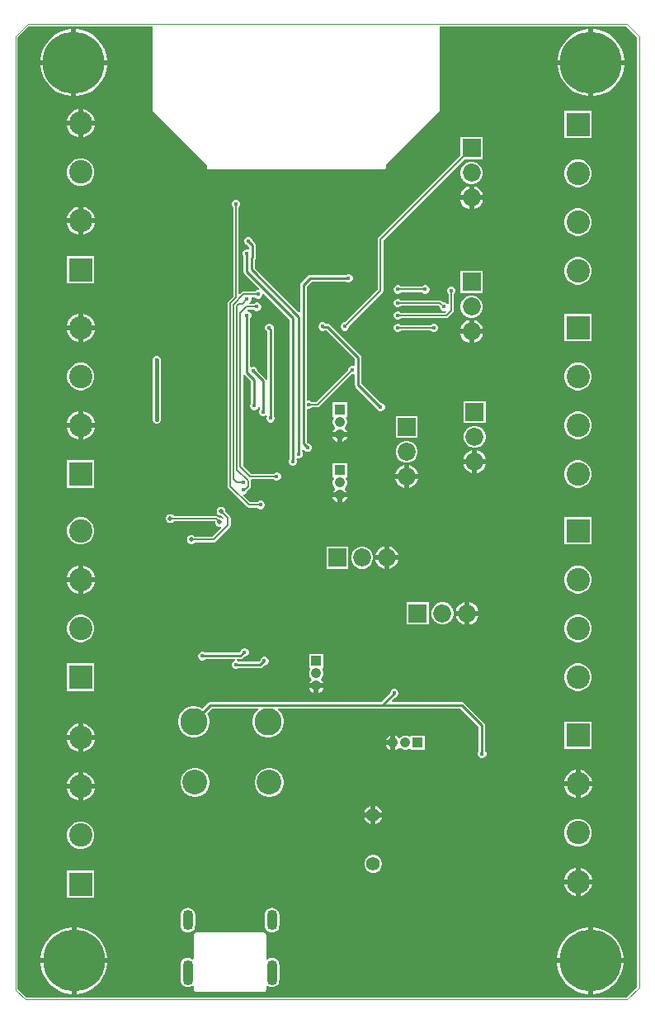
<source format=gbl>
G04*
G04 #@! TF.GenerationSoftware,Altium Limited,Altium Designer,22.7.1 (60)*
G04*
G04 Layer_Physical_Order=2*
G04 Layer_Color=16711680*
%FSLAX25Y25*%
%MOIN*%
G70*
G04*
G04 #@! TF.SameCoordinates,B0270450-B435-420B-BE19-FF0628D395ED*
G04*
G04*
G04 #@! TF.FilePolarity,Positive*
G04*
G01*
G75*
%ADD13C,0.01000*%
%ADD14C,0.00500*%
%ADD16C,0.00004*%
%ADD17C,0.00394*%
G04:AMPARAMS|DCode=41|XSize=43.31mil|YSize=82.68mil|CornerRadius=21.65mil|HoleSize=0mil|Usage=FLASHONLY|Rotation=0.000|XOffset=0mil|YOffset=0mil|HoleType=Round|Shape=RoundedRectangle|*
%AMROUNDEDRECTD41*
21,1,0.04331,0.03937,0,0,0.0*
21,1,0.00000,0.08268,0,0,0.0*
1,1,0.04331,0.00000,-0.01968*
1,1,0.04331,0.00000,-0.01968*
1,1,0.04331,0.00000,0.01968*
1,1,0.04331,0.00000,0.01968*
%
%ADD41ROUNDEDRECTD41*%
G04:AMPARAMS|DCode=42|XSize=43.31mil|YSize=102.36mil|CornerRadius=21.65mil|HoleSize=0mil|Usage=FLASHONLY|Rotation=0.000|XOffset=0mil|YOffset=0mil|HoleType=Round|Shape=RoundedRectangle|*
%AMROUNDEDRECTD42*
21,1,0.04331,0.05906,0,0,0.0*
21,1,0.00000,0.10236,0,0,0.0*
1,1,0.04331,0.00000,-0.02953*
1,1,0.04331,0.00000,-0.02953*
1,1,0.04331,0.00000,0.02953*
1,1,0.04331,0.00000,0.02953*
%
%ADD42ROUNDEDRECTD42*%
%ADD46R,0.07284X0.07284*%
%ADD47C,0.07284*%
%ADD49R,0.07284X0.07284*%
%ADD59C,0.01500*%
%ADD60C,0.00700*%
%ADD64C,0.09449*%
%ADD65R,0.09449X0.09449*%
%ADD66C,0.25000*%
%ADD67C,0.11000*%
%ADD68R,0.04134X0.04134*%
%ADD69C,0.04134*%
%ADD70R,0.04134X0.04134*%
%ADD71C,0.10000*%
%ADD72C,0.05512*%
%ADD73C,0.01772*%
%ADD74C,0.02000*%
%ADD75C,0.05000*%
G36*
X345654Y461282D02*
Y78088D01*
X341203Y73637D01*
X98758D01*
X95291Y77104D01*
Y461282D01*
X99742Y465733D01*
X150000D01*
Y431500D01*
X171751Y409749D01*
Y408894D01*
X171813Y408582D01*
X171990Y408317D01*
X172255Y408140D01*
X172567Y408078D01*
X243433D01*
X243745Y408140D01*
X244010Y408317D01*
X244187Y408582D01*
X244249Y408894D01*
Y409749D01*
X266000Y431500D01*
Y465733D01*
X341203D01*
X345654Y461282D01*
D02*
G37*
%LPC*%
G36*
X328063Y464500D02*
X328000D01*
Y452000D01*
X340500D01*
Y452063D01*
X340168Y454161D01*
X339511Y456182D01*
X338546Y458076D01*
X337297Y459795D01*
X335795Y461297D01*
X334075Y462546D01*
X332182Y463511D01*
X330161Y464168D01*
X328063Y464500D01*
D02*
G37*
G36*
X326000D02*
X325938D01*
X323839Y464168D01*
X321818Y463511D01*
X319924Y462546D01*
X318205Y461297D01*
X316703Y459795D01*
X315454Y458076D01*
X314489Y456182D01*
X313832Y454161D01*
X313500Y452063D01*
Y452000D01*
X326000D01*
Y464500D01*
D02*
G37*
G36*
X119062D02*
X119000D01*
Y452000D01*
X131500D01*
Y452063D01*
X131168Y454161D01*
X130511Y456182D01*
X129546Y458076D01*
X128297Y459795D01*
X126795Y461297D01*
X125075Y462546D01*
X123182Y463511D01*
X121161Y464168D01*
X119062Y464500D01*
D02*
G37*
G36*
X117000D02*
X116937D01*
X114839Y464168D01*
X112818Y463511D01*
X110924Y462546D01*
X109205Y461297D01*
X107703Y459795D01*
X106454Y458076D01*
X105489Y456182D01*
X104832Y454161D01*
X104500Y452063D01*
Y452000D01*
X117000D01*
Y464500D01*
D02*
G37*
G36*
X340500Y450000D02*
X328000D01*
Y437500D01*
X328063D01*
X330161Y437832D01*
X332182Y438489D01*
X334075Y439454D01*
X335795Y440703D01*
X337297Y442205D01*
X338546Y443925D01*
X339511Y445818D01*
X340168Y447839D01*
X340500Y449937D01*
Y450000D01*
D02*
G37*
G36*
X326000D02*
X313500D01*
Y449937D01*
X313832Y447839D01*
X314489Y445818D01*
X315454Y443925D01*
X316703Y442205D01*
X318205Y440703D01*
X319924Y439454D01*
X321818Y438489D01*
X323839Y437832D01*
X325938Y437500D01*
X326000D01*
Y450000D01*
D02*
G37*
G36*
X131500D02*
X119000D01*
Y437500D01*
X119062D01*
X121161Y437832D01*
X123182Y438489D01*
X125075Y439454D01*
X126795Y440703D01*
X128297Y442205D01*
X129546Y443925D01*
X130511Y445818D01*
X131168Y447839D01*
X131500Y449937D01*
Y450000D01*
D02*
G37*
G36*
X117000D02*
X104500D01*
Y449937D01*
X104832Y447839D01*
X105489Y445818D01*
X106454Y443925D01*
X107703Y442205D01*
X109205Y440703D01*
X110924Y439454D01*
X112818Y438489D01*
X114839Y437832D01*
X116937Y437500D01*
X117000D01*
Y450000D01*
D02*
G37*
G36*
X121772Y432186D02*
Y427528D01*
X126430D01*
X126106Y428737D01*
X125352Y430042D01*
X124286Y431108D01*
X122981Y431862D01*
X121772Y432186D01*
D02*
G37*
G36*
X119772D02*
X118562Y431862D01*
X117257Y431108D01*
X116191Y430042D01*
X115437Y428737D01*
X115113Y427528D01*
X119772D01*
Y432186D01*
D02*
G37*
G36*
X126430Y425528D02*
X121772D01*
Y420869D01*
X122981Y421193D01*
X124286Y421947D01*
X125352Y423013D01*
X126106Y424318D01*
X126430Y425528D01*
D02*
G37*
G36*
X119772D02*
X115113D01*
X115437Y424318D01*
X116191Y423013D01*
X117257Y421947D01*
X118562Y421193D01*
X119772Y420869D01*
Y425528D01*
D02*
G37*
G36*
X327253Y431552D02*
X316204D01*
Y420503D01*
X327253D01*
Y431552D01*
D02*
G37*
G36*
X279309Y410942D02*
X278140D01*
X277010Y410639D01*
X275997Y410054D01*
X275170Y409227D01*
X274585Y408214D01*
X274283Y407085D01*
Y405915D01*
X274585Y404786D01*
X275170Y403773D01*
X275997Y402946D01*
X277010Y402361D01*
X278140Y402058D01*
X279309D01*
X280439Y402361D01*
X281452Y402946D01*
X282279Y403773D01*
X282863Y404786D01*
X283166Y405915D01*
Y407085D01*
X282863Y408214D01*
X282279Y409227D01*
X281452Y410054D01*
X280439Y410639D01*
X279309Y410942D01*
D02*
G37*
G36*
X121499Y412367D02*
X120044D01*
X118639Y411990D01*
X117380Y411263D01*
X116351Y410235D01*
X115624Y408975D01*
X115247Y407570D01*
Y406115D01*
X115624Y404710D01*
X116351Y403450D01*
X117380Y402422D01*
X118639Y401695D01*
X120044Y401318D01*
X121499D01*
X122904Y401695D01*
X124164Y402422D01*
X125192Y403450D01*
X125920Y404710D01*
X126296Y406115D01*
Y407570D01*
X125920Y408975D01*
X125192Y410235D01*
X124164Y411263D01*
X122904Y411990D01*
X121499Y412367D01*
D02*
G37*
G36*
X322456Y411867D02*
X321001D01*
X319596Y411490D01*
X318336Y410763D01*
X317308Y409735D01*
X316580Y408475D01*
X316204Y407070D01*
Y405615D01*
X316580Y404210D01*
X317308Y402950D01*
X318336Y401922D01*
X319596Y401195D01*
X321001Y400818D01*
X322456D01*
X323861Y401195D01*
X325120Y401922D01*
X326149Y402950D01*
X326876Y404210D01*
X327253Y405615D01*
Y407070D01*
X326876Y408475D01*
X326149Y409735D01*
X325120Y410763D01*
X323861Y411490D01*
X322456Y411867D01*
D02*
G37*
G36*
X279724Y401038D02*
Y397500D01*
X283262D01*
X283050Y398292D01*
X282439Y399350D01*
X281575Y400214D01*
X280516Y400825D01*
X279724Y401038D01*
D02*
G37*
G36*
X277724D02*
X276933Y400825D01*
X275874Y400214D01*
X275010Y399350D01*
X274399Y398292D01*
X274187Y397500D01*
X277724D01*
Y401038D01*
D02*
G37*
G36*
X283262Y395500D02*
X279724D01*
Y391963D01*
X280516Y392175D01*
X281575Y392786D01*
X282439Y393650D01*
X283050Y394708D01*
X283262Y395500D01*
D02*
G37*
G36*
X277724D02*
X274187D01*
X274399Y394708D01*
X275010Y393650D01*
X275874Y392786D01*
X276933Y392175D01*
X277724Y391963D01*
Y395500D01*
D02*
G37*
G36*
X121772Y392816D02*
Y388158D01*
X126430D01*
X126106Y389367D01*
X125352Y390672D01*
X124286Y391738D01*
X122981Y392492D01*
X121772Y392816D01*
D02*
G37*
G36*
X119772D02*
X118562Y392492D01*
X117257Y391738D01*
X116191Y390672D01*
X115437Y389367D01*
X115113Y388158D01*
X119772D01*
Y392816D01*
D02*
G37*
G36*
X126430Y386157D02*
X121772D01*
Y381499D01*
X122981Y381823D01*
X124286Y382577D01*
X125352Y383643D01*
X126106Y384948D01*
X126430Y386157D01*
D02*
G37*
G36*
X119772D02*
X115113D01*
X115437Y384948D01*
X116191Y383643D01*
X117257Y382577D01*
X118562Y381823D01*
X119772Y381499D01*
Y386157D01*
D02*
G37*
G36*
X322456Y392182D02*
X321001D01*
X319596Y391805D01*
X318336Y391078D01*
X317308Y390050D01*
X316580Y388790D01*
X316204Y387385D01*
Y385930D01*
X316580Y384525D01*
X317308Y383265D01*
X318336Y382237D01*
X319596Y381509D01*
X321001Y381133D01*
X322456D01*
X323861Y381509D01*
X325120Y382237D01*
X326149Y383265D01*
X326876Y384525D01*
X327253Y385930D01*
Y387385D01*
X326876Y388790D01*
X326149Y390050D01*
X325120Y391078D01*
X323861Y391805D01*
X322456Y392182D01*
D02*
G37*
G36*
X183835Y395686D02*
X183165D01*
X182545Y395429D01*
X182071Y394955D01*
X181814Y394335D01*
Y393665D01*
X182071Y393045D01*
X182429Y392687D01*
Y356742D01*
X180443Y354755D01*
X180211Y354408D01*
X180129Y353998D01*
Y280062D01*
X180211Y279653D01*
X180443Y279305D01*
X188005Y271743D01*
X188353Y271511D01*
X188762Y271429D01*
X192186D01*
X192545Y271071D01*
X193165Y270814D01*
X193835D01*
X194455Y271071D01*
X194929Y271545D01*
X195186Y272165D01*
Y272835D01*
X194929Y273455D01*
X194455Y273929D01*
X193835Y274186D01*
X193165D01*
X192545Y273929D01*
X192186Y273571D01*
X189206D01*
X186462Y276314D01*
X186669Y276814D01*
X186835D01*
X187455Y277071D01*
X187929Y277545D01*
X188186Y278165D01*
Y278328D01*
X188449Y278591D01*
X188602Y278693D01*
X189193Y279284D01*
X189193Y279284D01*
X189425Y279631D01*
X189506Y280041D01*
X189506Y280041D01*
Y282302D01*
X189481Y282429D01*
X189825Y282915D01*
X189853Y282929D01*
X198687D01*
X199045Y282571D01*
X199665Y282314D01*
X200335D01*
X200955Y282571D01*
X201429Y283045D01*
X201686Y283665D01*
Y284335D01*
X201429Y284955D01*
X200955Y285429D01*
X200335Y285686D01*
X199665D01*
X199045Y285429D01*
X198687Y285071D01*
X189743D01*
X186371Y288443D01*
Y325108D01*
X186871Y325259D01*
X187063Y324972D01*
X189674Y322360D01*
Y313559D01*
X189571Y313455D01*
X189314Y312835D01*
Y312165D01*
X189571Y311545D01*
X190045Y311071D01*
X190665Y310814D01*
X191335D01*
X191955Y311071D01*
X192429Y311545D01*
X192686Y312165D01*
X193175Y312137D01*
Y311059D01*
X193071Y310955D01*
X192814Y310335D01*
Y309665D01*
X193071Y309045D01*
X193545Y308571D01*
X194165Y308314D01*
X194835D01*
X195455Y308571D01*
X195675Y308790D01*
X195705Y308778D01*
X196071Y308455D01*
X195814Y307835D01*
Y307165D01*
X196071Y306545D01*
X196545Y306071D01*
X197165Y305814D01*
X197835D01*
X198455Y306071D01*
X198929Y306545D01*
X199186Y307165D01*
Y307835D01*
X198929Y308455D01*
X198826Y308559D01*
Y343291D01*
X198725Y343798D01*
X198686Y343856D01*
Y344335D01*
X198429Y344955D01*
X197955Y345429D01*
X197335Y345686D01*
X196665D01*
X196045Y345429D01*
X195571Y344955D01*
X195314Y344335D01*
Y343665D01*
X195571Y343045D01*
X196045Y342571D01*
X196175Y342517D01*
Y323165D01*
X195994Y323102D01*
X195675Y323082D01*
X195437Y323437D01*
X192186Y326689D01*
Y326835D01*
X191929Y327455D01*
X191455Y327929D01*
X190835Y328186D01*
X190165D01*
X189825Y328045D01*
X189325Y328363D01*
Y347941D01*
X189429Y348045D01*
X189686Y348665D01*
Y349335D01*
X189429Y349955D01*
X188955Y350429D01*
X188408Y350656D01*
X188271Y350969D01*
X188222Y351186D01*
X188409Y351429D01*
X190687D01*
X191045Y351071D01*
X191665Y350814D01*
X192335D01*
X192955Y351071D01*
X193429Y351545D01*
X193686Y352165D01*
Y352835D01*
X193429Y353455D01*
X192955Y353929D01*
X192335Y354186D01*
X191665D01*
X191045Y353929D01*
X190687Y353571D01*
X189054D01*
X188954Y354071D01*
X188955Y354071D01*
X189429Y354545D01*
X189686Y355165D01*
Y355835D01*
X189612Y356014D01*
X189890Y356429D01*
X191186D01*
X191545Y356071D01*
X192165Y355814D01*
X192835D01*
X193455Y356071D01*
X193929Y356545D01*
X194186Y357165D01*
Y357733D01*
X194479Y357926D01*
X194648Y357978D01*
X205174Y347451D01*
Y291059D01*
X205071Y290955D01*
X204814Y290335D01*
Y289665D01*
X205071Y289045D01*
X205545Y288571D01*
X206165Y288314D01*
X206835D01*
X207455Y288571D01*
X207929Y289045D01*
X208186Y289665D01*
Y290335D01*
X207929Y290955D01*
X207945Y291117D01*
X208359Y291376D01*
X208619Y291269D01*
X209290D01*
X209909Y291525D01*
X210384Y291999D01*
X210640Y292619D01*
Y293290D01*
X210384Y293909D01*
X210280Y294013D01*
Y294741D01*
X210780Y295048D01*
X210966Y294954D01*
X211116Y294591D01*
X211591Y294116D01*
X212210Y293860D01*
X212881D01*
X213501Y294116D01*
X213975Y294591D01*
X214231Y295210D01*
Y295881D01*
X213975Y296501D01*
X213501Y296975D01*
X212881Y297231D01*
X212643D01*
X212125Y297749D01*
Y311082D01*
X212541Y311360D01*
X212650Y311314D01*
X213321D01*
X213941Y311571D01*
X214299Y311929D01*
X216500D01*
X216910Y312011D01*
X217257Y312243D01*
X230328Y325314D01*
X230835D01*
X231101Y325424D01*
X231601Y325090D01*
Y321074D01*
X231702Y320567D01*
X231989Y320137D01*
X240314Y311811D01*
Y311665D01*
X240571Y311045D01*
X241045Y310571D01*
X241665Y310314D01*
X242335D01*
X242955Y310571D01*
X243429Y311045D01*
X243686Y311665D01*
Y312335D01*
X243429Y312955D01*
X242955Y313429D01*
X242335Y313686D01*
X242189D01*
X234252Y321623D01*
Y332074D01*
X234151Y332581D01*
X233863Y333011D01*
X221585Y345290D01*
X221155Y345577D01*
X220648Y345678D01*
X219706D01*
X219455Y345929D01*
X218835Y346186D01*
X218165D01*
X217545Y345929D01*
X217071Y345455D01*
X216814Y344835D01*
Y344165D01*
X217071Y343545D01*
X217545Y343071D01*
X218165Y342814D01*
X218835D01*
X219349Y343027D01*
X220099D01*
X231601Y331525D01*
Y328910D01*
X231101Y328576D01*
X230835Y328686D01*
X230165D01*
X229545Y328429D01*
X229071Y327955D01*
X228814Y327335D01*
Y326828D01*
X216057Y314071D01*
X214299D01*
X213941Y314429D01*
X213321Y314686D01*
X212650D01*
X212541Y314640D01*
X212125Y314918D01*
Y360751D01*
X214049Y362674D01*
X227941D01*
X228045Y362571D01*
X228665Y362314D01*
X229335D01*
X229955Y362571D01*
X230429Y363045D01*
X230686Y363665D01*
Y364335D01*
X230429Y364955D01*
X229955Y365429D01*
X229335Y365686D01*
X228665D01*
X228045Y365429D01*
X227941Y365325D01*
X213500D01*
X212993Y365225D01*
X212563Y364937D01*
X209863Y362237D01*
X209575Y361807D01*
X209474Y361300D01*
Y350353D01*
X209013Y350162D01*
X191126Y368049D01*
Y371601D01*
X191228Y371704D01*
X191516Y372134D01*
X191617Y372641D01*
Y377209D01*
X191617Y377209D01*
X191516Y377716D01*
X191228Y378146D01*
X190186Y379189D01*
Y379335D01*
X189929Y379955D01*
X189455Y380429D01*
X188835Y380686D01*
X188165D01*
X187545Y380429D01*
X187071Y379955D01*
X186814Y379335D01*
Y378665D01*
X187071Y378045D01*
X187545Y377571D01*
X188165Y377314D01*
X188311D01*
X188966Y376660D01*
Y375966D01*
X188466Y375632D01*
X188335Y375686D01*
X187665D01*
X187045Y375429D01*
X186571Y374955D01*
X186314Y374335D01*
Y373665D01*
X186571Y373045D01*
X186674Y372941D01*
Y366500D01*
X186775Y365993D01*
X187063Y365563D01*
X192978Y359648D01*
X192926Y359479D01*
X192733Y359186D01*
X192165D01*
X191545Y358929D01*
X191186Y358571D01*
X186540D01*
X186540Y358571D01*
X186130Y358489D01*
X185783Y358257D01*
X185783Y358257D01*
X185032Y357506D01*
X184571Y357698D01*
Y392687D01*
X184929Y393045D01*
X185186Y393665D01*
Y394335D01*
X184929Y394955D01*
X184455Y395429D01*
X183835Y395686D01*
D02*
G37*
G36*
X126296Y372997D02*
X115247D01*
Y361948D01*
X126296D01*
Y372997D01*
D02*
G37*
G36*
X322456Y372497D02*
X321001D01*
X319596Y372120D01*
X318336Y371393D01*
X317308Y370364D01*
X316580Y369105D01*
X316204Y367700D01*
Y366245D01*
X316580Y364840D01*
X317308Y363580D01*
X318336Y362552D01*
X319596Y361824D01*
X321001Y361448D01*
X322456D01*
X323861Y361824D01*
X325120Y362552D01*
X326149Y363580D01*
X326876Y364840D01*
X327253Y366245D01*
Y367700D01*
X326876Y369105D01*
X326149Y370364D01*
X325120Y371393D01*
X323861Y372120D01*
X322456Y372497D01*
D02*
G37*
G36*
X260335Y361186D02*
X259665D01*
X259045Y360929D01*
X258686Y360571D01*
X250313D01*
X249955Y360929D01*
X249335Y361186D01*
X248665D01*
X248045Y360929D01*
X247571Y360455D01*
X247314Y359835D01*
Y359165D01*
X247571Y358545D01*
X248045Y358071D01*
X248665Y357814D01*
X249335D01*
X249955Y358071D01*
X250313Y358429D01*
X258686D01*
X259045Y358071D01*
X259665Y357814D01*
X260335D01*
X260955Y358071D01*
X261429Y358545D01*
X261686Y359165D01*
Y359835D01*
X261429Y360455D01*
X260955Y360929D01*
X260335Y361186D01*
D02*
G37*
G36*
X283166Y366942D02*
X274283D01*
Y358058D01*
X283166D01*
Y366942D01*
D02*
G37*
G36*
X270835Y360686D02*
X270165D01*
X269545Y360429D01*
X269071Y359955D01*
X268814Y359335D01*
Y358665D01*
X269071Y358045D01*
X269429Y357686D01*
Y353554D01*
X268929Y353454D01*
X268929Y353455D01*
X268455Y353929D01*
X267835Y354186D01*
X267328D01*
X266757Y354757D01*
X266410Y354989D01*
X266000Y355071D01*
X250313D01*
X249955Y355429D01*
X249335Y355686D01*
X248665D01*
X248045Y355429D01*
X247571Y354955D01*
X247314Y354335D01*
Y353665D01*
X247571Y353045D01*
X248045Y352571D01*
X248665Y352314D01*
X249335D01*
X249955Y352571D01*
X250313Y352929D01*
X265557D01*
X265814Y352672D01*
Y352165D01*
X266071Y351545D01*
X266545Y351071D01*
X267165Y350814D01*
X267835D01*
X268275Y350996D01*
X268559Y350572D01*
X268057Y350071D01*
X250313D01*
X249955Y350429D01*
X249335Y350686D01*
X248665D01*
X248045Y350429D01*
X247571Y349955D01*
X247314Y349335D01*
Y348665D01*
X247571Y348045D01*
X248045Y347571D01*
X248665Y347314D01*
X249335D01*
X249955Y347571D01*
X250313Y347929D01*
X268500D01*
X268910Y348011D01*
X269257Y348243D01*
X271257Y350243D01*
X271489Y350590D01*
X271571Y351000D01*
X271571Y351000D01*
Y357686D01*
X271929Y358045D01*
X272186Y358665D01*
Y359335D01*
X271929Y359955D01*
X271455Y360429D01*
X270835Y360686D01*
D02*
G37*
G36*
X279309Y356942D02*
X278140D01*
X277010Y356639D01*
X275997Y356054D01*
X275170Y355227D01*
X274585Y354214D01*
X274283Y353085D01*
Y351915D01*
X274585Y350786D01*
X275170Y349773D01*
X275997Y348946D01*
X277010Y348361D01*
X278140Y348058D01*
X279309D01*
X280439Y348361D01*
X281452Y348946D01*
X282279Y349773D01*
X282863Y350786D01*
X283166Y351915D01*
Y353085D01*
X282863Y354214D01*
X282279Y355227D01*
X281452Y356054D01*
X280439Y356639D01*
X279309Y356942D01*
D02*
G37*
G36*
X263835Y345686D02*
X263165D01*
X262545Y345429D01*
X262187Y345071D01*
X250313D01*
X249955Y345429D01*
X249335Y345686D01*
X248665D01*
X248045Y345429D01*
X247571Y344955D01*
X247314Y344335D01*
Y343665D01*
X247571Y343045D01*
X248045Y342571D01*
X248665Y342314D01*
X249335D01*
X249955Y342571D01*
X250313Y342929D01*
X262187D01*
X262545Y342571D01*
X263165Y342314D01*
X263835D01*
X264455Y342571D01*
X264929Y343045D01*
X265186Y343665D01*
Y344335D01*
X264929Y344955D01*
X264455Y345429D01*
X263835Y345686D01*
D02*
G37*
G36*
X121772Y349686D02*
Y345028D01*
X126430D01*
X126106Y346237D01*
X125352Y347542D01*
X124286Y348608D01*
X122981Y349362D01*
X121772Y349686D01*
D02*
G37*
G36*
X119772D02*
X118562Y349362D01*
X117257Y348608D01*
X116191Y347542D01*
X115437Y346237D01*
X115113Y345028D01*
X119772D01*
Y349686D01*
D02*
G37*
G36*
X279724Y347038D02*
Y343500D01*
X283262D01*
X283050Y344292D01*
X282439Y345350D01*
X281575Y346214D01*
X280516Y346825D01*
X279724Y347038D01*
D02*
G37*
G36*
X277724D02*
X276933Y346825D01*
X275874Y346214D01*
X275010Y345350D01*
X274399Y344292D01*
X274187Y343500D01*
X277724D01*
Y347038D01*
D02*
G37*
G36*
X283166Y420942D02*
X274283D01*
Y413572D01*
X241243Y380533D01*
X241011Y380185D01*
X240929Y379776D01*
Y359443D01*
X227672Y346186D01*
X227165D01*
X226545Y345929D01*
X226071Y345455D01*
X225814Y344835D01*
Y344165D01*
X226071Y343545D01*
X226545Y343071D01*
X227165Y342814D01*
X227835D01*
X228455Y343071D01*
X228929Y343545D01*
X229186Y344165D01*
Y344672D01*
X242757Y358243D01*
X242757Y358243D01*
X242989Y358590D01*
X243071Y359000D01*
X243071Y359000D01*
Y379332D01*
X275797Y412058D01*
X283166D01*
Y420942D01*
D02*
G37*
G36*
X327253Y349552D02*
X316204D01*
Y338503D01*
X327253D01*
Y349552D01*
D02*
G37*
G36*
X126430Y343028D02*
X121772D01*
Y338369D01*
X122981Y338693D01*
X124286Y339447D01*
X125352Y340513D01*
X126106Y341818D01*
X126430Y343028D01*
D02*
G37*
G36*
X119772D02*
X115113D01*
X115437Y341818D01*
X116191Y340513D01*
X117257Y339447D01*
X118562Y338693D01*
X119772Y338369D01*
Y343028D01*
D02*
G37*
G36*
X283262Y341500D02*
X279724D01*
Y337963D01*
X280516Y338175D01*
X281575Y338786D01*
X282439Y339650D01*
X283050Y340708D01*
X283262Y341500D01*
D02*
G37*
G36*
X277724D02*
X274187D01*
X274399Y340708D01*
X275010Y339650D01*
X275874Y338786D01*
X276933Y338175D01*
X277724Y337963D01*
Y341500D01*
D02*
G37*
G36*
X322456Y329867D02*
X321001D01*
X319596Y329490D01*
X318336Y328763D01*
X317308Y327735D01*
X316580Y326475D01*
X316204Y325070D01*
Y323615D01*
X316580Y322210D01*
X317308Y320951D01*
X318336Y319922D01*
X319596Y319195D01*
X321001Y318818D01*
X322456D01*
X323861Y319195D01*
X325120Y319922D01*
X326149Y320951D01*
X326876Y322210D01*
X327253Y323615D01*
Y325070D01*
X326876Y326475D01*
X326149Y327735D01*
X325120Y328763D01*
X323861Y329490D01*
X322456Y329867D01*
D02*
G37*
G36*
X121499D02*
X120044D01*
X118639Y329490D01*
X117380Y328763D01*
X116351Y327735D01*
X115624Y326475D01*
X115247Y325070D01*
Y323615D01*
X115624Y322210D01*
X116351Y320951D01*
X117380Y319922D01*
X118639Y319195D01*
X120044Y318818D01*
X121499D01*
X122904Y319195D01*
X124164Y319922D01*
X125192Y320951D01*
X125920Y322210D01*
X126296Y323615D01*
Y325070D01*
X125920Y326475D01*
X125192Y327735D01*
X124164Y328763D01*
X122904Y329490D01*
X121499Y329867D01*
D02*
G37*
G36*
X121772Y310316D02*
Y305658D01*
X126430D01*
X126106Y306867D01*
X125352Y308172D01*
X124286Y309238D01*
X122981Y309992D01*
X121772Y310316D01*
D02*
G37*
G36*
X119772D02*
X118562Y309992D01*
X117257Y309238D01*
X116191Y308172D01*
X115437Y306867D01*
X115113Y305658D01*
X119772D01*
Y310316D01*
D02*
G37*
G36*
X284442Y314442D02*
X275558D01*
Y305558D01*
X284442D01*
Y314442D01*
D02*
G37*
G36*
X151835Y332686D02*
X151165D01*
X150545Y332429D01*
X150071Y331955D01*
X149814Y331335D01*
Y330665D01*
X149920Y330410D01*
Y307590D01*
X149814Y307335D01*
Y306665D01*
X150071Y306045D01*
X150545Y305571D01*
X151165Y305314D01*
X151835D01*
X152455Y305571D01*
X152929Y306045D01*
X153186Y306665D01*
Y307335D01*
X153080Y307590D01*
Y330410D01*
X153186Y330665D01*
Y331335D01*
X152929Y331955D01*
X152455Y332429D01*
X151835Y332686D01*
D02*
G37*
G36*
X228367Y313867D02*
X222633D01*
Y308133D01*
X222933D01*
X223132Y307633D01*
X222829Y307107D01*
X222633Y306377D01*
Y305623D01*
X222829Y304893D01*
X223206Y304240D01*
X223488Y303957D01*
X223604Y303506D01*
X223466Y303304D01*
X223046Y302883D01*
X222642Y302184D01*
X222593Y302000D01*
X225500D01*
X228407D01*
X228358Y302184D01*
X227954Y302883D01*
X227534Y303304D01*
X227396Y303506D01*
X227512Y303957D01*
X227794Y304240D01*
X228171Y304893D01*
X228367Y305623D01*
Y306377D01*
X228171Y307107D01*
X227868Y307633D01*
X228067Y308133D01*
X228367D01*
Y313867D01*
D02*
G37*
G36*
X256942Y308442D02*
X248058D01*
Y299558D01*
X256942D01*
Y308442D01*
D02*
G37*
G36*
X322456Y310182D02*
X321001D01*
X319596Y309805D01*
X318336Y309078D01*
X317308Y308050D01*
X316580Y306790D01*
X316204Y305385D01*
Y303930D01*
X316580Y302525D01*
X317308Y301265D01*
X318336Y300237D01*
X319596Y299510D01*
X321001Y299133D01*
X322456D01*
X323861Y299510D01*
X325120Y300237D01*
X326149Y301265D01*
X326876Y302525D01*
X327253Y303930D01*
Y305385D01*
X326876Y306790D01*
X326149Y308050D01*
X325120Y309078D01*
X323861Y309805D01*
X322456Y310182D01*
D02*
G37*
G36*
X126430Y303658D02*
X121772D01*
Y298999D01*
X122981Y299323D01*
X124286Y300077D01*
X125352Y301143D01*
X126106Y302448D01*
X126430Y303658D01*
D02*
G37*
G36*
X119772D02*
X115113D01*
X115437Y302448D01*
X116191Y301143D01*
X117257Y300077D01*
X118562Y299323D01*
X119772Y298999D01*
Y303658D01*
D02*
G37*
G36*
X228407Y300000D02*
X226500D01*
Y298093D01*
X226684Y298142D01*
X227383Y298546D01*
X227954Y299117D01*
X228358Y299816D01*
X228407Y300000D01*
D02*
G37*
G36*
X224500D02*
X222593D01*
X222642Y299816D01*
X223046Y299117D01*
X223617Y298546D01*
X224316Y298142D01*
X224500Y298093D01*
Y300000D01*
D02*
G37*
G36*
X280585Y304442D02*
X279415D01*
X278286Y304139D01*
X277273Y303554D01*
X276446Y302727D01*
X275861Y301714D01*
X275558Y300585D01*
Y299415D01*
X275861Y298286D01*
X276446Y297273D01*
X277273Y296446D01*
X278286Y295861D01*
X279415Y295558D01*
X280585D01*
X281714Y295861D01*
X282727Y296446D01*
X283554Y297273D01*
X284139Y298286D01*
X284442Y299415D01*
Y300585D01*
X284139Y301714D01*
X283554Y302727D01*
X282727Y303554D01*
X281714Y304139D01*
X280585Y304442D01*
D02*
G37*
G36*
X281000Y294537D02*
Y291000D01*
X284538D01*
X284325Y291792D01*
X283714Y292850D01*
X282850Y293714D01*
X281792Y294325D01*
X281000Y294537D01*
D02*
G37*
G36*
X279000D02*
X278208Y294325D01*
X277150Y293714D01*
X276286Y292850D01*
X275675Y291792D01*
X275463Y291000D01*
X279000D01*
Y294537D01*
D02*
G37*
G36*
X253085Y298442D02*
X251915D01*
X250786Y298139D01*
X249773Y297554D01*
X248946Y296727D01*
X248361Y295714D01*
X248058Y294585D01*
Y293415D01*
X248361Y292286D01*
X248946Y291273D01*
X249773Y290446D01*
X250786Y289861D01*
X251915Y289558D01*
X253085D01*
X254214Y289861D01*
X255227Y290446D01*
X256054Y291273D01*
X256639Y292286D01*
X256942Y293415D01*
Y294585D01*
X256639Y295714D01*
X256054Y296727D01*
X255227Y297554D01*
X254214Y298139D01*
X253085Y298442D01*
D02*
G37*
G36*
X284538Y289000D02*
X281000D01*
Y285462D01*
X281792Y285675D01*
X282850Y286286D01*
X283714Y287150D01*
X284325Y288208D01*
X284538Y289000D01*
D02*
G37*
G36*
X279000D02*
X275463D01*
X275675Y288208D01*
X276286Y287150D01*
X277150Y286286D01*
X278208Y285675D01*
X279000Y285462D01*
Y289000D01*
D02*
G37*
G36*
X253500Y288538D02*
Y285000D01*
X257037D01*
X256825Y285792D01*
X256214Y286850D01*
X255350Y287714D01*
X254292Y288325D01*
X253500Y288538D01*
D02*
G37*
G36*
X251500D02*
X250708Y288325D01*
X249650Y287714D01*
X248786Y286850D01*
X248175Y285792D01*
X247962Y285000D01*
X251500D01*
Y288538D01*
D02*
G37*
G36*
X257037Y283000D02*
X253500D01*
Y279463D01*
X254292Y279675D01*
X255350Y280286D01*
X256214Y281150D01*
X256825Y282208D01*
X257037Y283000D01*
D02*
G37*
G36*
X251500D02*
X247962D01*
X248175Y282208D01*
X248786Y281150D01*
X249650Y280286D01*
X250708Y279675D01*
X251500Y279463D01*
Y283000D01*
D02*
G37*
G36*
X322456Y290497D02*
X321001D01*
X319596Y290120D01*
X318336Y289393D01*
X317308Y288365D01*
X316580Y287105D01*
X316204Y285700D01*
Y284245D01*
X316580Y282840D01*
X317308Y281580D01*
X318336Y280552D01*
X319596Y279824D01*
X321001Y279448D01*
X322456D01*
X323861Y279824D01*
X325120Y280552D01*
X326149Y281580D01*
X326876Y282840D01*
X327253Y284245D01*
Y285700D01*
X326876Y287105D01*
X326149Y288365D01*
X325120Y289393D01*
X323861Y290120D01*
X322456Y290497D01*
D02*
G37*
G36*
X126296D02*
X115247D01*
Y279448D01*
X126296D01*
Y290497D01*
D02*
G37*
G36*
X228367Y289367D02*
X222633D01*
Y283633D01*
X222933D01*
X223132Y283133D01*
X222829Y282607D01*
X222633Y281877D01*
Y281123D01*
X222829Y280393D01*
X223206Y279740D01*
X223488Y279457D01*
X223604Y279006D01*
X223466Y278803D01*
X223046Y278383D01*
X222642Y277684D01*
X222593Y277500D01*
X225500D01*
Y276500D01*
D01*
Y277500D01*
X228407D01*
X228358Y277684D01*
X227954Y278383D01*
X227534Y278803D01*
X227396Y279006D01*
X227512Y279457D01*
X227794Y279740D01*
X228171Y280393D01*
X228367Y281123D01*
Y281877D01*
X228171Y282607D01*
X227868Y283133D01*
X228067Y283633D01*
X228367D01*
Y289367D01*
D02*
G37*
G36*
X228407Y275500D02*
X226500D01*
Y273593D01*
X226684Y273642D01*
X227383Y274046D01*
X227954Y274617D01*
X228358Y275316D01*
X228407Y275500D01*
D02*
G37*
G36*
X224500D02*
X222593D01*
X222642Y275316D01*
X223046Y274617D01*
X223617Y274046D01*
X224316Y273642D01*
X224500Y273593D01*
Y275500D01*
D02*
G37*
G36*
X177858Y271800D02*
X177142D01*
X176480Y271526D01*
X175974Y271020D01*
X175700Y270358D01*
Y269642D01*
X175974Y268980D01*
X176480Y268474D01*
X177142Y268200D01*
X177642D01*
X178790Y267052D01*
X178769Y266983D01*
X178204Y266842D01*
X178020Y267026D01*
X177358Y267300D01*
X176714D01*
X176257Y267757D01*
X175910Y267989D01*
X175500Y268071D01*
X158475D01*
X158020Y268526D01*
X157358Y268800D01*
X156642D01*
X155980Y268526D01*
X155474Y268020D01*
X155200Y267358D01*
Y266642D01*
X155474Y265980D01*
X155980Y265474D01*
X156642Y265200D01*
X157358D01*
X158020Y265474D01*
X158475Y265929D01*
X175057D01*
X175200Y265786D01*
Y265142D01*
X175474Y264480D01*
X175980Y263974D01*
X176642Y263700D01*
X177335D01*
X177394Y263635D01*
X177601Y263260D01*
X174014Y259672D01*
X166873D01*
X166520Y260026D01*
X165858Y260300D01*
X165142D01*
X164480Y260026D01*
X163974Y259520D01*
X163700Y258858D01*
Y258142D01*
X163974Y257480D01*
X164480Y256974D01*
X165142Y256700D01*
X165858D01*
X166520Y256974D01*
X166873Y257328D01*
X174500D01*
X174949Y257417D01*
X175329Y257671D01*
X181039Y263381D01*
X181293Y263761D01*
X181383Y264210D01*
Y267290D01*
X181293Y267739D01*
X181039Y268119D01*
X179300Y269858D01*
Y270358D01*
X179026Y271020D01*
X178520Y271526D01*
X177858Y271800D01*
D02*
G37*
G36*
X327253Y267552D02*
X316204D01*
Y256503D01*
X327253D01*
Y267552D01*
D02*
G37*
G36*
X121499D02*
X120044D01*
X118639Y267176D01*
X117380Y266448D01*
X116351Y265420D01*
X115624Y264160D01*
X115247Y262755D01*
Y261300D01*
X115624Y259895D01*
X116351Y258635D01*
X117380Y257607D01*
X118639Y256880D01*
X120044Y256503D01*
X121499D01*
X122904Y256880D01*
X124164Y257607D01*
X125192Y258635D01*
X125920Y259895D01*
X126296Y261300D01*
Y262755D01*
X125920Y264160D01*
X125192Y265420D01*
X124164Y266448D01*
X122904Y267176D01*
X121499Y267552D01*
D02*
G37*
G36*
X245500Y255762D02*
Y252224D01*
X249038D01*
X248825Y253016D01*
X248214Y254075D01*
X247350Y254939D01*
X246292Y255550D01*
X245500Y255762D01*
D02*
G37*
G36*
X243500D02*
X242708Y255550D01*
X241650Y254939D01*
X240786Y254075D01*
X240175Y253016D01*
X239963Y252224D01*
X243500D01*
Y255762D01*
D02*
G37*
G36*
X235085Y255666D02*
X233915D01*
X232786Y255363D01*
X231773Y254779D01*
X230946Y253952D01*
X230361Y252939D01*
X230058Y251809D01*
Y250640D01*
X230361Y249510D01*
X230946Y248497D01*
X231773Y247670D01*
X232786Y247085D01*
X233915Y246783D01*
X235085D01*
X236214Y247085D01*
X237227Y247670D01*
X238054Y248497D01*
X238639Y249510D01*
X238942Y250640D01*
Y251809D01*
X238639Y252939D01*
X238054Y253952D01*
X237227Y254779D01*
X236214Y255363D01*
X235085Y255666D01*
D02*
G37*
G36*
X228942D02*
X220058D01*
Y246783D01*
X228942D01*
Y255666D01*
D02*
G37*
G36*
X243500Y250224D02*
X239963D01*
X240175Y249433D01*
X240786Y248374D01*
X241650Y247510D01*
X242708Y246899D01*
X243500Y246687D01*
Y250224D01*
D02*
G37*
G36*
X249038D02*
X245500D01*
Y246687D01*
X246292Y246899D01*
X247350Y247510D01*
X248214Y248374D01*
X248825Y249433D01*
X249038Y250224D01*
D02*
G37*
G36*
X121772Y248001D02*
Y243342D01*
X126430D01*
X126106Y244552D01*
X125352Y245857D01*
X124286Y246923D01*
X122981Y247677D01*
X121772Y248001D01*
D02*
G37*
G36*
X119772D02*
X118562Y247677D01*
X117257Y246923D01*
X116191Y245857D01*
X115437Y244552D01*
X115113Y243342D01*
X119772D01*
Y248001D01*
D02*
G37*
G36*
X322456Y247867D02*
X321001D01*
X319596Y247491D01*
X318336Y246763D01*
X317308Y245735D01*
X316580Y244475D01*
X316204Y243070D01*
Y241615D01*
X316580Y240210D01*
X317308Y238950D01*
X318336Y237922D01*
X319596Y237195D01*
X321001Y236818D01*
X322456D01*
X323861Y237195D01*
X325120Y237922D01*
X326149Y238950D01*
X326876Y240210D01*
X327253Y241615D01*
Y243070D01*
X326876Y244475D01*
X326149Y245735D01*
X325120Y246763D01*
X323861Y247491D01*
X322456Y247867D01*
D02*
G37*
G36*
X126430Y241342D02*
X121772D01*
Y236684D01*
X122981Y237008D01*
X124286Y237762D01*
X125352Y238828D01*
X126106Y240133D01*
X126430Y241342D01*
D02*
G37*
G36*
X119772D02*
X115113D01*
X115437Y240133D01*
X116191Y238828D01*
X117257Y237762D01*
X118562Y237008D01*
X119772Y236684D01*
Y241342D01*
D02*
G37*
G36*
X278000Y233262D02*
Y229724D01*
X281538D01*
X281325Y230516D01*
X280714Y231575D01*
X279850Y232439D01*
X278792Y233050D01*
X278000Y233262D01*
D02*
G37*
G36*
X276000D02*
X275208Y233050D01*
X274150Y232439D01*
X273286Y231575D01*
X272675Y230516D01*
X272463Y229724D01*
X276000D01*
Y233262D01*
D02*
G37*
G36*
X267585Y233166D02*
X266415D01*
X265286Y232863D01*
X264273Y232279D01*
X263446Y231452D01*
X262861Y230439D01*
X262558Y229309D01*
Y228140D01*
X262861Y227010D01*
X263446Y225997D01*
X264273Y225170D01*
X265286Y224585D01*
X266415Y224283D01*
X267585D01*
X268714Y224585D01*
X269727Y225170D01*
X270554Y225997D01*
X271139Y227010D01*
X271442Y228140D01*
Y229309D01*
X271139Y230439D01*
X270554Y231452D01*
X269727Y232279D01*
X268714Y232863D01*
X267585Y233166D01*
D02*
G37*
G36*
X261442D02*
X252558D01*
Y224283D01*
X261442D01*
Y233166D01*
D02*
G37*
G36*
X276000Y227724D02*
X272463D01*
X272675Y226933D01*
X273286Y225874D01*
X274150Y225010D01*
X275208Y224399D01*
X276000Y224187D01*
Y227724D01*
D02*
G37*
G36*
X281538D02*
X278000D01*
Y224187D01*
X278792Y224399D01*
X279850Y225010D01*
X280714Y225874D01*
X281325Y226933D01*
X281538Y227724D01*
D02*
G37*
G36*
X322456Y228182D02*
X321001D01*
X319596Y227805D01*
X318336Y227078D01*
X317308Y226049D01*
X316580Y224790D01*
X316204Y223385D01*
Y221930D01*
X316580Y220525D01*
X317308Y219265D01*
X318336Y218237D01*
X319596Y217510D01*
X321001Y217133D01*
X322456D01*
X323861Y217510D01*
X325120Y218237D01*
X326149Y219265D01*
X326876Y220525D01*
X327253Y221930D01*
Y223385D01*
X326876Y224790D01*
X326149Y226049D01*
X325120Y227078D01*
X323861Y227805D01*
X322456Y228182D01*
D02*
G37*
G36*
X121499D02*
X120044D01*
X118639Y227805D01*
X117380Y227078D01*
X116351Y226049D01*
X115624Y224790D01*
X115247Y223385D01*
Y221930D01*
X115624Y220525D01*
X116351Y219265D01*
X117380Y218237D01*
X118639Y217510D01*
X120044Y217133D01*
X121499D01*
X122904Y217510D01*
X124164Y218237D01*
X125192Y219265D01*
X125920Y220525D01*
X126296Y221930D01*
Y223385D01*
X125920Y224790D01*
X125192Y226049D01*
X124164Y227078D01*
X122904Y227805D01*
X121499Y228182D01*
D02*
G37*
G36*
X187335Y214686D02*
X186665D01*
X186045Y214429D01*
X185571Y213955D01*
X185358Y213441D01*
X184742Y212825D01*
X171059D01*
X170955Y212929D01*
X170335Y213186D01*
X169665D01*
X169045Y212929D01*
X168571Y212455D01*
X168314Y211835D01*
Y211165D01*
X168571Y210545D01*
X169045Y210071D01*
X169665Y209814D01*
X170335D01*
X170955Y210071D01*
X171059Y210174D01*
X183137D01*
X183165Y209686D01*
X182545Y209429D01*
X182071Y208955D01*
X181814Y208335D01*
Y207665D01*
X182071Y207045D01*
X182545Y206571D01*
X183165Y206314D01*
X183835D01*
X184455Y206571D01*
X184559Y206675D01*
X193291D01*
X193798Y206775D01*
X194228Y207063D01*
X194980Y207814D01*
X195335D01*
X195955Y208071D01*
X196429Y208545D01*
X196686Y209165D01*
Y209835D01*
X196429Y210455D01*
X195955Y210929D01*
X195335Y211186D01*
X194665D01*
X194045Y210929D01*
X193571Y210455D01*
X193358Y209941D01*
X192742Y209326D01*
X184559D01*
X184455Y209429D01*
X183835Y209686D01*
X183863Y210174D01*
X185291D01*
X185798Y210275D01*
X186228Y210563D01*
X186980Y211314D01*
X187335D01*
X187955Y211571D01*
X188429Y212045D01*
X188686Y212665D01*
Y213335D01*
X188429Y213955D01*
X187955Y214429D01*
X187335Y214686D01*
D02*
G37*
G36*
X218867Y212367D02*
X213133D01*
Y206633D01*
X213433D01*
X213632Y206133D01*
X213329Y205607D01*
X213133Y204877D01*
Y204123D01*
X213329Y203393D01*
X213706Y202740D01*
X213988Y202457D01*
X214104Y202006D01*
X213966Y201803D01*
X213546Y201383D01*
X213142Y200684D01*
X213093Y200500D01*
X216000D01*
X218907D01*
X218858Y200684D01*
X218454Y201383D01*
X218034Y201803D01*
X217896Y202006D01*
X218012Y202457D01*
X218294Y202740D01*
X218671Y203393D01*
X218867Y204123D01*
Y204877D01*
X218671Y205607D01*
X218368Y206133D01*
X218567Y206633D01*
X218867D01*
Y212367D01*
D02*
G37*
G36*
X322456Y208497D02*
X321001D01*
X319596Y208120D01*
X318336Y207393D01*
X317308Y206364D01*
X316580Y205105D01*
X316204Y203700D01*
Y202245D01*
X316580Y200840D01*
X317308Y199580D01*
X318336Y198552D01*
X319596Y197825D01*
X321001Y197448D01*
X322456D01*
X323861Y197825D01*
X325120Y198552D01*
X326149Y199580D01*
X326876Y200840D01*
X327253Y202245D01*
Y203700D01*
X326876Y205105D01*
X326149Y206364D01*
X325120Y207393D01*
X323861Y208120D01*
X322456Y208497D01*
D02*
G37*
G36*
X126296D02*
X115247D01*
Y197448D01*
X126296D01*
Y208497D01*
D02*
G37*
G36*
X218907Y198500D02*
X217000D01*
Y196593D01*
X217184Y196642D01*
X217883Y197046D01*
X218454Y197617D01*
X218858Y198316D01*
X218907Y198500D01*
D02*
G37*
G36*
X215000D02*
X213093D01*
X213142Y198316D01*
X213546Y197617D01*
X214117Y197046D01*
X214816Y196642D01*
X215000Y196593D01*
Y198500D01*
D02*
G37*
G36*
X247835Y198186D02*
X247165D01*
X246545Y197929D01*
X246071Y197455D01*
X245814Y196835D01*
Y196689D01*
X242251Y193125D01*
X173300D01*
X172793Y193025D01*
X172363Y192737D01*
X169918Y190293D01*
X169484Y190583D01*
X168338Y191058D01*
X167121Y191300D01*
X165879D01*
X164662Y191058D01*
X163516Y190583D01*
X162484Y189893D01*
X161607Y189016D01*
X160917Y187984D01*
X160442Y186838D01*
X160200Y185620D01*
Y184379D01*
X160442Y183162D01*
X160917Y182016D01*
X161607Y180984D01*
X162484Y180106D01*
X163516Y179417D01*
X164662Y178942D01*
X165879Y178700D01*
X167121D01*
X168338Y178942D01*
X169484Y179417D01*
X170516Y180106D01*
X171394Y180984D01*
X172083Y182016D01*
X172558Y183162D01*
X172800Y184379D01*
Y185620D01*
X172558Y186838D01*
X172083Y187984D01*
X171793Y188418D01*
X173849Y190474D01*
X192492D01*
X192637Y189996D01*
X192484Y189893D01*
X191606Y189016D01*
X190917Y187984D01*
X190442Y186838D01*
X190200Y185620D01*
Y184379D01*
X190442Y183162D01*
X190917Y182016D01*
X191606Y180984D01*
X192484Y180106D01*
X193516Y179417D01*
X194662Y178942D01*
X195879Y178700D01*
X197120D01*
X198338Y178942D01*
X199484Y179417D01*
X200516Y180106D01*
X201394Y180984D01*
X202083Y182016D01*
X202558Y183162D01*
X202800Y184379D01*
Y185620D01*
X202558Y186838D01*
X202083Y187984D01*
X201394Y189016D01*
X200516Y189893D01*
X200363Y189996D01*
X200508Y190474D01*
X274151D01*
X281675Y182951D01*
Y173059D01*
X281571Y172955D01*
X281314Y172335D01*
Y171665D01*
X281571Y171045D01*
X282045Y170571D01*
X282665Y170314D01*
X283335D01*
X283955Y170571D01*
X284429Y171045D01*
X284686Y171665D01*
Y172335D01*
X284429Y172955D01*
X284326Y173059D01*
Y183500D01*
X284225Y184007D01*
X283937Y184437D01*
X275637Y192737D01*
X275207Y193025D01*
X274700Y193125D01*
X246653D01*
X246462Y193587D01*
X247689Y194814D01*
X247835D01*
X248455Y195071D01*
X248929Y195545D01*
X249186Y196165D01*
Y196835D01*
X248929Y197455D01*
X248455Y197929D01*
X247835Y198186D01*
D02*
G37*
G36*
X121772Y184186D02*
Y179528D01*
X126430D01*
X126106Y180737D01*
X125352Y182042D01*
X124286Y183108D01*
X122981Y183862D01*
X121772Y184186D01*
D02*
G37*
G36*
X119772D02*
X118562Y183862D01*
X117257Y183108D01*
X116191Y182042D01*
X115437Y180737D01*
X115113Y179528D01*
X119772D01*
Y184186D01*
D02*
G37*
G36*
X246000Y179407D02*
X245816Y179358D01*
X245117Y178954D01*
X244546Y178383D01*
X244142Y177684D01*
X244093Y177500D01*
X246000D01*
Y179407D01*
D02*
G37*
G36*
X327253Y185052D02*
X316204D01*
Y174003D01*
X327253D01*
Y185052D01*
D02*
G37*
G36*
X248000Y179407D02*
Y176500D01*
Y173593D01*
X248184Y173642D01*
X248883Y174046D01*
X249304Y174466D01*
X249506Y174604D01*
X249957Y174488D01*
X250240Y174206D01*
X250893Y173828D01*
X251623Y173633D01*
X252377D01*
X253107Y173828D01*
X253633Y174132D01*
X254133Y173933D01*
Y173633D01*
X259867D01*
Y179367D01*
X254133D01*
Y179067D01*
X253633Y178868D01*
X253107Y179172D01*
X252377Y179367D01*
X251623D01*
X250893Y179172D01*
X250240Y178794D01*
X249957Y178512D01*
X249506Y178396D01*
X249304Y178534D01*
X248883Y178954D01*
X248184Y179358D01*
X248000Y179407D01*
D02*
G37*
G36*
X246000Y175500D02*
X244093D01*
X244142Y175316D01*
X244546Y174617D01*
X245117Y174046D01*
X245816Y173642D01*
X246000Y173593D01*
Y175500D01*
D02*
G37*
G36*
X126430Y177528D02*
X121772D01*
Y172869D01*
X122981Y173193D01*
X124286Y173947D01*
X125352Y175013D01*
X126106Y176318D01*
X126430Y177528D01*
D02*
G37*
G36*
X119772D02*
X115113D01*
X115437Y176318D01*
X116191Y175013D01*
X117257Y173947D01*
X118562Y173193D01*
X119772Y172869D01*
Y177528D01*
D02*
G37*
G36*
X322728Y165501D02*
Y160843D01*
X327387D01*
X327063Y162052D01*
X326309Y163357D01*
X325243Y164423D01*
X323938Y165177D01*
X322728Y165501D01*
D02*
G37*
G36*
X320728Y165501D02*
X319519Y165177D01*
X318214Y164423D01*
X317148Y163357D01*
X316394Y162052D01*
X316070Y160843D01*
X320728D01*
Y165501D01*
D02*
G37*
G36*
X121772Y164501D02*
Y159843D01*
X126430D01*
X126106Y161052D01*
X125352Y162357D01*
X124286Y163423D01*
X122981Y164177D01*
X121772Y164501D01*
D02*
G37*
G36*
X119772D02*
X118562Y164177D01*
X117257Y163423D01*
X116191Y162357D01*
X115437Y161052D01*
X115113Y159843D01*
X119772D01*
Y164501D01*
D02*
G37*
G36*
X197571Y166300D02*
X196429D01*
X195308Y166077D01*
X194253Y165640D01*
X193303Y165005D01*
X192495Y164197D01*
X191860Y163247D01*
X191423Y162192D01*
X191200Y161071D01*
Y159929D01*
X191423Y158808D01*
X191860Y157753D01*
X192495Y156803D01*
X193303Y155995D01*
X194253Y155360D01*
X195308Y154923D01*
X196429Y154700D01*
X197571D01*
X198692Y154923D01*
X199747Y155360D01*
X200697Y155995D01*
X201505Y156803D01*
X202140Y157753D01*
X202577Y158808D01*
X202800Y159929D01*
Y161071D01*
X202577Y162192D01*
X202140Y163247D01*
X201505Y164197D01*
X200697Y165005D01*
X199747Y165640D01*
X198692Y166077D01*
X197571Y166300D01*
D02*
G37*
G36*
X167571D02*
X166429D01*
X165308Y166077D01*
X164253Y165640D01*
X163303Y165005D01*
X162495Y164197D01*
X161860Y163247D01*
X161423Y162192D01*
X161200Y161071D01*
Y159929D01*
X161423Y158808D01*
X161860Y157753D01*
X162495Y156803D01*
X163303Y155995D01*
X164253Y155360D01*
X165308Y154923D01*
X166429Y154700D01*
X167571D01*
X168692Y154923D01*
X169747Y155360D01*
X170697Y155995D01*
X171505Y156803D01*
X172140Y157753D01*
X172577Y158808D01*
X172800Y159929D01*
Y161071D01*
X172577Y162192D01*
X172140Y163247D01*
X171505Y164197D01*
X170697Y165005D01*
X169747Y165640D01*
X168692Y166077D01*
X167571Y166300D01*
D02*
G37*
G36*
X327387Y158843D02*
X322728D01*
Y154184D01*
X323938Y154508D01*
X325243Y155262D01*
X326309Y156328D01*
X327063Y157633D01*
X327387Y158843D01*
D02*
G37*
G36*
X320728D02*
X316070D01*
X316394Y157633D01*
X317148Y156328D01*
X318214Y155262D01*
X319519Y154508D01*
X320728Y154184D01*
Y158843D01*
D02*
G37*
G36*
X126430Y157843D02*
X121772D01*
Y153184D01*
X122981Y153508D01*
X124286Y154262D01*
X125352Y155328D01*
X126106Y156633D01*
X126430Y157843D01*
D02*
G37*
G36*
X119772D02*
X115113D01*
X115437Y156633D01*
X116191Y155328D01*
X117257Y154262D01*
X118562Y153508D01*
X119772Y153184D01*
Y157843D01*
D02*
G37*
G36*
X240000Y150963D02*
Y148343D01*
X242620D01*
X242500Y148792D01*
X242005Y149649D01*
X241306Y150348D01*
X240450Y150842D01*
X240000Y150963D01*
D02*
G37*
G36*
X238000D02*
X237550Y150842D01*
X236694Y150348D01*
X235995Y149649D01*
X235500Y148792D01*
X235380Y148343D01*
X238000D01*
Y150963D01*
D02*
G37*
G36*
X242620Y146343D02*
X240000D01*
Y143722D01*
X240450Y143843D01*
X241306Y144337D01*
X242005Y145036D01*
X242500Y145893D01*
X242620Y146343D01*
D02*
G37*
G36*
X238000D02*
X235380D01*
X235500Y145893D01*
X235995Y145036D01*
X236694Y144337D01*
X237550Y143843D01*
X238000Y143722D01*
Y146343D01*
D02*
G37*
G36*
X322456Y145682D02*
X321001D01*
X319596Y145305D01*
X318336Y144578D01*
X317308Y143550D01*
X316580Y142290D01*
X316204Y140885D01*
Y139430D01*
X316580Y138025D01*
X317308Y136765D01*
X318336Y135737D01*
X319596Y135010D01*
X321001Y134633D01*
X322456D01*
X323861Y135010D01*
X325120Y135737D01*
X326149Y136765D01*
X326876Y138025D01*
X327253Y139430D01*
Y140885D01*
X326876Y142290D01*
X326149Y143550D01*
X325120Y144578D01*
X323861Y145305D01*
X322456Y145682D01*
D02*
G37*
G36*
X121499Y144682D02*
X120044D01*
X118639Y144305D01*
X117380Y143578D01*
X116351Y142550D01*
X115624Y141290D01*
X115247Y139885D01*
Y138430D01*
X115624Y137025D01*
X116351Y135765D01*
X117380Y134737D01*
X118639Y134010D01*
X120044Y133633D01*
X121499D01*
X122904Y134010D01*
X124164Y134737D01*
X125192Y135765D01*
X125920Y137025D01*
X126296Y138430D01*
Y139885D01*
X125920Y141290D01*
X125192Y142550D01*
X124164Y143578D01*
X122904Y144305D01*
X121499Y144682D01*
D02*
G37*
G36*
X239468Y131213D02*
X238532D01*
X237628Y130971D01*
X236817Y130503D01*
X236155Y129841D01*
X235686Y129030D01*
X235444Y128126D01*
Y127189D01*
X235686Y126285D01*
X236155Y125474D01*
X236817Y124812D01*
X237628Y124344D01*
X238532Y124102D01*
X239468D01*
X240372Y124344D01*
X241183Y124812D01*
X241845Y125474D01*
X242314Y126285D01*
X242556Y127189D01*
Y128126D01*
X242314Y129030D01*
X241845Y129841D01*
X241183Y130503D01*
X240372Y130971D01*
X239468Y131213D01*
D02*
G37*
G36*
X322728Y126131D02*
Y121473D01*
X327387D01*
X327063Y122682D01*
X326309Y123987D01*
X325243Y125053D01*
X323938Y125807D01*
X322728Y126131D01*
D02*
G37*
G36*
X320728Y126131D02*
X319519Y125807D01*
X318214Y125053D01*
X317148Y123987D01*
X316394Y122682D01*
X316070Y121473D01*
X320728D01*
Y126131D01*
D02*
G37*
G36*
X327387Y119473D02*
X322728D01*
Y114814D01*
X323938Y115138D01*
X325243Y115892D01*
X326309Y116958D01*
X327063Y118263D01*
X327387Y119473D01*
D02*
G37*
G36*
X320728D02*
X316070D01*
X316394Y118263D01*
X317148Y116958D01*
X318214Y115892D01*
X319519Y115138D01*
X320728Y114814D01*
Y119473D01*
D02*
G37*
G36*
X126296Y124997D02*
X115247D01*
Y113948D01*
X126296D01*
Y124997D01*
D02*
G37*
G36*
X198110Y109841D02*
X197336Y109739D01*
X196615Y109441D01*
X195995Y108965D01*
X195520Y108346D01*
X195221Y107624D01*
X195119Y106850D01*
Y102913D01*
X195221Y102139D01*
X195520Y101418D01*
X195995Y100798D01*
X196615Y100323D01*
X197336Y100024D01*
X198110Y99922D01*
X198884Y100024D01*
X199606Y100323D01*
X200225Y100798D01*
X200700Y101418D01*
X200999Y102139D01*
X201101Y102913D01*
Y106850D01*
X200999Y107624D01*
X200700Y108346D01*
X200225Y108965D01*
X199606Y109441D01*
X198884Y109739D01*
X198110Y109841D01*
D02*
G37*
G36*
X164094D02*
X163320Y109739D01*
X162599Y109441D01*
X161980Y108965D01*
X161504Y108346D01*
X161205Y107624D01*
X161103Y106850D01*
Y102913D01*
X161205Y102139D01*
X161504Y101418D01*
X161980Y100798D01*
X162599Y100323D01*
X163320Y100024D01*
X164094Y99922D01*
X164869Y100024D01*
X165590Y100323D01*
X166209Y100798D01*
X166685Y101418D01*
X166983Y102139D01*
X167085Y102913D01*
Y106850D01*
X166983Y107624D01*
X166685Y108346D01*
X166209Y108965D01*
X165590Y109441D01*
X164869Y109739D01*
X164094Y109841D01*
D02*
G37*
G36*
X327834Y102083D02*
X327772D01*
Y89583D01*
X340272D01*
Y89645D01*
X339939Y91744D01*
X339283Y93765D01*
X338318Y95658D01*
X337069Y97377D01*
X335566Y98880D01*
X333847Y100129D01*
X331954Y101094D01*
X329933Y101750D01*
X327834Y102083D01*
D02*
G37*
G36*
X325772D02*
X325709D01*
X323610Y101750D01*
X321589Y101094D01*
X319696Y100129D01*
X317977Y98880D01*
X316474Y97377D01*
X315225Y95658D01*
X314261Y93765D01*
X313604Y91744D01*
X313272Y89645D01*
Y89583D01*
X325772D01*
Y102083D01*
D02*
G37*
G36*
X119173D02*
X119110D01*
Y89583D01*
X131610D01*
Y89645D01*
X131278Y91744D01*
X130621Y93765D01*
X129657Y95658D01*
X128408Y97377D01*
X126905Y98880D01*
X125186Y100129D01*
X123292Y101094D01*
X121272Y101750D01*
X119173Y102083D01*
D02*
G37*
G36*
X117110D02*
X117048D01*
X114949Y101750D01*
X112928Y101094D01*
X111035Y100129D01*
X109316Y98880D01*
X107813Y97377D01*
X106564Y95658D01*
X105599Y93765D01*
X104943Y91744D01*
X104610Y89645D01*
Y89583D01*
X117110D01*
Y102083D01*
D02*
G37*
G36*
X194882Y99871D02*
X167323D01*
X167011Y99809D01*
X166746Y99632D01*
X166569Y99367D01*
X166507Y99055D01*
Y89249D01*
X166007Y89002D01*
X165590Y89323D01*
X164869Y89621D01*
X164094Y89723D01*
X163320Y89621D01*
X162599Y89323D01*
X161980Y88847D01*
X161504Y88228D01*
X161205Y87506D01*
X161103Y86732D01*
Y80827D01*
X161205Y80053D01*
X161504Y79331D01*
X161980Y78712D01*
X162599Y78237D01*
X163320Y77938D01*
X164094Y77836D01*
X164869Y77938D01*
X165590Y78237D01*
X166007Y78557D01*
X166507Y78310D01*
Y76811D01*
X166569Y76499D01*
X166746Y76234D01*
X167011Y76057D01*
X167323Y75995D01*
X194882D01*
X195194Y76057D01*
X195459Y76234D01*
X195635Y76499D01*
X195698Y76811D01*
Y78310D01*
X196198Y78557D01*
X196615Y78237D01*
X197336Y77938D01*
X198110Y77836D01*
X198884Y77938D01*
X199606Y78237D01*
X200225Y78712D01*
X200700Y79331D01*
X200999Y80053D01*
X201101Y80827D01*
Y86732D01*
X200999Y87506D01*
X200700Y88228D01*
X200225Y88847D01*
X199606Y89323D01*
X198884Y89621D01*
X198110Y89723D01*
X197336Y89621D01*
X196615Y89323D01*
X196198Y89002D01*
X195698Y89249D01*
Y99055D01*
X195635Y99367D01*
X195459Y99632D01*
X195194Y99809D01*
X194882Y99871D01*
D02*
G37*
G36*
X340272Y87583D02*
X327772D01*
Y75083D01*
X327834D01*
X329933Y75415D01*
X331954Y76072D01*
X333847Y77036D01*
X335566Y78285D01*
X337069Y79788D01*
X338318Y81507D01*
X339283Y83400D01*
X339939Y85421D01*
X340272Y87520D01*
Y87583D01*
D02*
G37*
G36*
X325772D02*
X313272D01*
Y87520D01*
X313604Y85421D01*
X314261Y83400D01*
X315225Y81507D01*
X316474Y79788D01*
X317977Y78285D01*
X319696Y77036D01*
X321589Y76072D01*
X323610Y75415D01*
X325709Y75083D01*
X325772D01*
Y87583D01*
D02*
G37*
G36*
X131610D02*
X119110D01*
Y75083D01*
X119173D01*
X121272Y75415D01*
X123292Y76072D01*
X125186Y77036D01*
X126905Y78285D01*
X128408Y79788D01*
X129657Y81507D01*
X130621Y83400D01*
X131278Y85421D01*
X131610Y87520D01*
Y87583D01*
D02*
G37*
G36*
X117110D02*
X104610D01*
Y87520D01*
X104943Y85421D01*
X105599Y83400D01*
X106564Y81507D01*
X107813Y79788D01*
X109316Y78285D01*
X111035Y77036D01*
X112928Y76072D01*
X114949Y75415D01*
X117048Y75083D01*
X117110D01*
Y87583D01*
D02*
G37*
%LPD*%
D13*
X188000Y325909D02*
Y349000D01*
Y366500D02*
X206500Y348000D01*
Y290000D02*
Y348000D01*
X208954Y292954D02*
Y348346D01*
X210800Y297200D02*
Y361300D01*
X213500Y364000D01*
X189800Y367500D02*
X208954Y348346D01*
X210800Y297200D02*
X212454Y295546D01*
X212546D01*
X197000Y343791D02*
X197500Y343291D01*
X197000Y343791D02*
Y344000D01*
X197500Y307500D02*
Y343291D01*
X194500Y310000D02*
Y322500D01*
X191000Y312500D02*
Y322909D01*
X173300Y191800D02*
X242800D01*
X247500Y196500D01*
X242800Y191800D02*
X274700D01*
X283000Y172000D02*
Y183500D01*
X166500Y185000D02*
X173300Y191800D01*
X274700D02*
X283000Y183500D01*
X220648Y344352D02*
X232926Y332074D01*
Y321074D02*
Y332074D01*
X218500Y344500D02*
X218648Y344352D01*
X220648D01*
X185291Y211500D02*
X186791Y213000D01*
X187000D01*
X170000Y211500D02*
X185291D01*
X213500Y364000D02*
X229000D01*
X232926Y321074D02*
X242000Y312000D01*
X188000Y325909D02*
X191000Y322909D01*
X190500Y326500D02*
X194500Y322500D01*
X190291Y372641D02*
Y377209D01*
X189800Y372150D02*
X190291Y372641D01*
X188500Y379000D02*
X190291Y377209D01*
X188000Y366500D02*
Y374000D01*
X189800Y367500D02*
Y372150D01*
X194791Y209500D02*
X195000D01*
X193291Y208000D02*
X194791Y209500D01*
X183500Y208000D02*
X193291D01*
D14*
X182500Y283000D02*
Y353460D01*
X187800Y352500D02*
X192000D01*
X185300Y350000D02*
X187800Y352500D01*
X185300Y288000D02*
Y350000D01*
X175500Y267000D02*
X177000Y265500D01*
X157049Y267000D02*
X175500D01*
X187845Y279450D02*
X188436Y280041D01*
X186500Y278500D02*
X186844D01*
X187794Y279450D01*
X187845D01*
X188436Y280041D02*
Y282302D01*
X184000Y286738D02*
Y352838D01*
Y281500D02*
X186500D01*
X184000Y286738D02*
X188436Y282302D01*
X182500Y283000D02*
X184000Y281500D01*
X189300Y284000D02*
X200000D01*
X188762Y272500D02*
X193500D01*
X185300Y288000D02*
X189300Y284000D01*
X181200Y280062D02*
X188762Y272500D01*
X212986Y313000D02*
X216500D01*
X227500Y344500D02*
X242000Y359000D01*
Y379776D01*
X278724Y416500D01*
X249000Y359500D02*
X260000D01*
X249000Y354000D02*
X266000D01*
X267500Y352500D01*
X186540Y357500D02*
X192500D01*
X182500Y353460D02*
X186540Y357500D01*
X186300Y353800D02*
X188000Y355500D01*
X184961Y353800D02*
X186300D01*
X184000Y352838D02*
X184961Y353800D01*
X181200Y353998D02*
X183500Y356298D01*
Y394000D01*
X181200Y280062D02*
Y353998D01*
X216500Y313000D02*
X230500Y327000D01*
X249000Y344000D02*
X263500D01*
X270500Y351000D02*
Y359000D01*
X268500Y349000D02*
X270500Y351000D01*
X249000Y349000D02*
X268500D01*
D16*
X99410Y466535D02*
X341535D01*
X346457Y461614D01*
Y77756D02*
Y461614D01*
X341535Y72835D02*
X346457Y77756D01*
X98425Y72835D02*
X341535D01*
X94488Y76772D02*
X98425Y72835D01*
X94488Y76772D02*
Y461614D01*
X99410Y466535D01*
D17*
X156851Y226000D02*
X159475D01*
X160000Y226525D01*
Y227574D01*
X159475Y228099D01*
X156851D01*
X160000Y229149D02*
Y230198D01*
Y229673D01*
X156851D01*
X157376Y229149D01*
D41*
X164094Y104882D02*
D03*
X198110D02*
D03*
D42*
X164094Y83780D02*
D03*
X198110D02*
D03*
D46*
X257000Y228724D02*
D03*
X224500Y251224D02*
D03*
D47*
X267000Y228724D02*
D03*
X277000D02*
D03*
X252500Y284000D02*
D03*
Y294000D02*
D03*
X244500Y251224D02*
D03*
X234500D02*
D03*
X280000Y290000D02*
D03*
Y300000D02*
D03*
X278724Y342500D02*
D03*
Y352500D02*
D03*
Y396500D02*
D03*
Y406500D02*
D03*
D49*
X252500Y304000D02*
D03*
X280000Y310000D02*
D03*
X278724Y362500D02*
D03*
Y416500D02*
D03*
D59*
X151500Y307000D02*
Y331000D01*
D60*
X177500Y270000D02*
X180210Y267290D01*
X174500Y258500D02*
X180210Y264210D01*
Y267290D01*
X165500Y258500D02*
X174500D01*
D64*
X321728Y406343D02*
D03*
Y386658D02*
D03*
Y366972D02*
D03*
Y120472D02*
D03*
Y140157D02*
D03*
Y159843D02*
D03*
Y284972D02*
D03*
Y304658D02*
D03*
Y324342D02*
D03*
Y202972D02*
D03*
Y222657D02*
D03*
Y242342D02*
D03*
X120772Y426528D02*
D03*
Y406843D02*
D03*
Y387158D02*
D03*
Y344028D02*
D03*
Y324342D02*
D03*
Y304658D02*
D03*
Y262028D02*
D03*
Y242342D02*
D03*
Y222657D02*
D03*
Y178528D02*
D03*
Y158843D02*
D03*
Y139157D02*
D03*
D65*
X321728Y426028D02*
D03*
Y179528D02*
D03*
Y344028D02*
D03*
Y262028D02*
D03*
X120772Y367472D02*
D03*
Y284972D02*
D03*
Y202972D02*
D03*
Y119472D02*
D03*
D66*
X326772Y88583D02*
D03*
X118110D02*
D03*
X327000Y451000D02*
D03*
X118000D02*
D03*
D67*
X196500Y185000D02*
D03*
X166500D02*
D03*
D68*
X225500Y286500D02*
D03*
Y311000D02*
D03*
X216000Y209500D02*
D03*
D69*
X225500Y281500D02*
D03*
Y276500D02*
D03*
Y306000D02*
D03*
Y301000D02*
D03*
X252000Y176500D02*
D03*
X247000D02*
D03*
X216000Y204500D02*
D03*
Y199500D02*
D03*
D70*
X257000Y176500D02*
D03*
D71*
X167000Y160500D02*
D03*
X197000D02*
D03*
D72*
X239000Y147343D02*
D03*
Y127657D02*
D03*
D73*
X188000Y349000D02*
D03*
X186500Y278500D02*
D03*
Y281500D02*
D03*
X193500Y272500D02*
D03*
X200000Y284000D02*
D03*
X206500Y290000D02*
D03*
X208954Y292954D02*
D03*
X212986Y313000D02*
D03*
X212546Y295546D02*
D03*
X197500Y307500D02*
D03*
X194500Y310000D02*
D03*
X191000Y312500D02*
D03*
X247500Y196500D02*
D03*
X283000Y172000D02*
D03*
X227500Y344500D02*
D03*
X260000Y359500D02*
D03*
X187000Y213000D02*
D03*
X170000Y211500D02*
D03*
X151500Y331000D02*
D03*
Y307000D02*
D03*
X192500Y357500D02*
D03*
X188000Y355500D02*
D03*
X192000Y352500D02*
D03*
X183500Y394000D02*
D03*
X229000Y364000D02*
D03*
X218500Y344500D02*
D03*
X242000Y312000D02*
D03*
X190500Y326500D02*
D03*
X197000Y344000D02*
D03*
X188500Y379000D02*
D03*
X188000Y374000D02*
D03*
X195000Y209500D02*
D03*
X183500Y208000D02*
D03*
X230500Y327000D02*
D03*
X263500Y344000D02*
D03*
X249000D02*
D03*
Y359500D02*
D03*
X270500Y359000D02*
D03*
X249000Y349000D02*
D03*
X267500Y352500D02*
D03*
X249000Y354000D02*
D03*
D74*
X177500Y270000D02*
D03*
X177000Y265500D02*
D03*
X165500Y258500D02*
D03*
X157000Y267000D02*
D03*
D75*
X176500Y311000D02*
D03*
M02*

</source>
